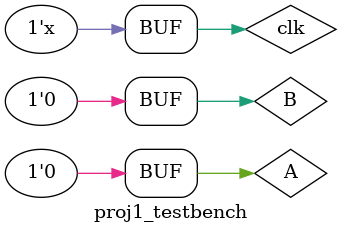
<source format=v>
/*
 *	Copyright (C) 2011  Kiel Friedt
 *
 *    This program is free software: you can redistribute it and/or modify
 *    it under the terms of the GNU General Public License as published by
 *    the Free Software Foundation, either version 3 of the License, or
 *    (at your option) any later version.
 *
 *    This program is distributed in the hope that it will be useful,
 *    but WITHOUT ANY WARRANTY; without even the implied warranty of
 *    MERCHANTABILITY or FITNESS FOR A PARTICULAR PURPOSE.  See the
 *    GNU General Public License for more details.
 *
 *    You should have received a copy of the GNU General Public License
 *    along with this program.  If not, see <http://www.gnu.org/licenses/>.
 */
 //authors Kiel Friedt, Kevin McIntosh,Cody DeHaan
 module proj1_testbench;
   //Inputs: Regs
   //Out: Wires
   reg A;
   reg B;
   wire out;
   reg select;

   reg clk;

   toplevel DUT(A, B, select, out, clk);

	always
	#5 clk=~clk;

   initial begin
      select = 1'b0; 
      clk = 1'b0;
      A = 1'b0;
      B = 1'b0;
   end
   
   always @(posedge clk)
   begin
       if (select) select <= 0;
       else select <= 1;
   end

endmodule	


</source>
